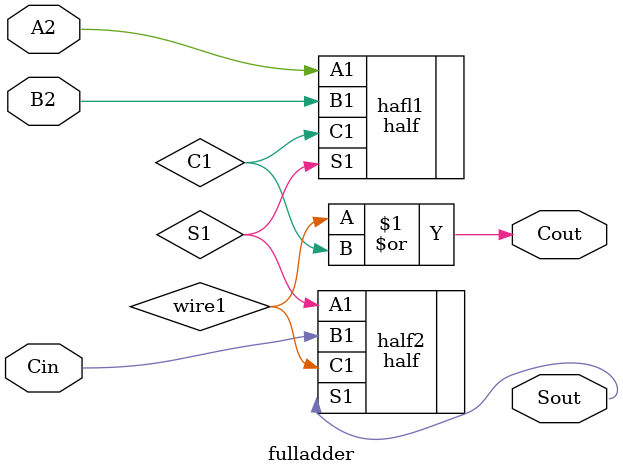
<source format=v>
module fulladder(
input A2,B2,Cin,
output Sout,Cout
);
wire wire1, S1, C1;


half hafl1(
    .A1(A2),
    .B1(B2),
    .S1(S1),
    .C1(C1)


);
half half2(
    .A1(S1),
    .B1(Cin),
    .S1(Sout),
    .C1(wire1)
);

or or1(Cout,wire1,C1);


endmodule
</source>
